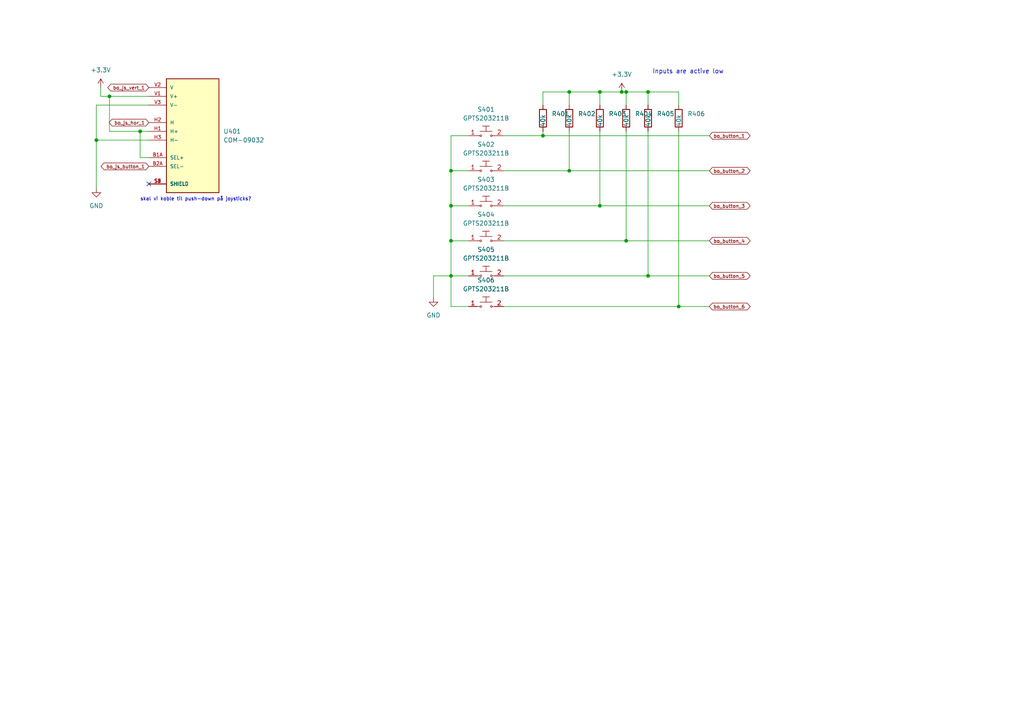
<source format=kicad_sch>
(kicad_sch (version 20211123) (generator eeschema)
  (paper "A4")
  (lib_symbols
    (symbol "COM-09032:COM-09032" (pin_names (offset 1.016))
      (property "Reference" "U" (at -7.62 16.002 0))
      (property "Value" "COM-09032" (at -7.62 -20.32 0))
      (symbol "COM-09032_0_0"
        (rectangle (start -7.62 -17.78) (end 7.62 15.24) (stroke (width 0.254)) (fill (type background)))
        (pin passive line (at -12.7 -7.62 0) (length 5.08) (name "SEL+") (number "B1A"))
        (pin passive line (at -12.7 -10.16 0) (length 5.08) (name "SEL-") (number "B2A"))
        (pin passive line (at -12.7 0 0) (length 5.08) (name "H+") (number "H1"))
        (pin passive line (at -12.7 2.54 0) (length 5.08) (name "H") (number "H2"))
        (pin passive line (at -12.7 -2.54 0) (length 5.08) (name "H-") (number "H3"))
        (pin passive line (at -12.7 -15.24 0) (length 5.08) (name "SHIELD") (number "S1"))
        (pin passive line (at -12.7 -15.24 0) (length 5.08) (name "SHIELD") (number "S2"))
        (pin passive line (at -12.7 -15.24 0) (length 5.08) (name "SHIELD") (number "S3"))
        (pin passive line (at -12.7 -15.24 0) (length 5.08) (name "SHIELD") (number "S4"))
        (pin passive line (at -12.7 10.16 0) (length 5.08) (name "V+") (number "V1"))
        (pin passive line (at -12.7 12.7 0) (length 5.08) (name "V") (number "V2"))
        (pin passive line (at -12.7 7.62 0) (length 5.08) (name "V-") (number "V3"))
      )
    )
    (symbol "Device:R" (pin_numbers hide) (pin_names (offset 0))
      (property "Reference" "R" (at 2.032 0 90))
      (property "Value" "R" (at 0 0 90))
      (symbol "R_0_1"
        (rectangle (start -1.016 -2.54) (end 1.016 2.54) (stroke (width 0.254)))
      )
      (symbol "R_1_1"
        (pin passive line (at 0 3.81 270) (length 1.27) (name "~") (number "1"))
        (pin passive line (at 0 -3.81 90) (length 1.27) (name "~") (number "2"))
      )
    )
    (symbol "dk_Pushbutton-Switches:GPTS203211B" (pin_names (offset 1.016))
      (property "Reference" "S" (at -3.81 3.81 0))
      (property "Value" "GPTS203211B" (at 0 -2.54 0))
      (symbol "GPTS203211B_0_1"
        (circle (center -1.524 0) (radius 0.254))
        (polyline (pts (xy -2.54 0) (xy -1.778 0)))
        (polyline (pts (xy -1.778 1.27) (xy 1.778 1.27)))
        (polyline (pts (xy -1.016 2.794) (xy 1.016 2.794)))
        (polyline (pts (xy 0 1.27) (xy 0 2.794)))
        (polyline (pts (xy 2.54 0) (xy 1.778 0)))
        (circle (center 1.524 0) (radius 0.254))
      )
      (symbol "GPTS203211B_1_1"
        (pin passive line (at -5.08 0 0) (length 2.54) (name "~") (number "1"))
        (pin passive line (at 5.08 0 180) (length 2.54) (name "~") (number "2"))
      )
    )
    (symbol "power:+3.3V" (power) (pin_names (offset 0))
      (property "Value" "+3.3V" (at 0 3.556 0))
      (symbol "+3.3V_0_1"
        (polyline (pts (xy -0.762 1.27) (xy 0 2.54)))
        (polyline (pts (xy 0 0) (xy 0 2.54)))
        (polyline (pts (xy 0 2.54) (xy 0.762 1.27)))
      )
      (symbol "+3.3V_1_1"
        (pin power_in line (at 0 0 90) (length 0) hide (name "+3.3V") (number "1"))
      )
    )
    (symbol "power:GND" (power) (pin_names (offset 0))
      (property "Value" "GND" (at 0 -3.81 0))
      (symbol "GND_0_1"
        (polyline (pts (xy 0 0) (xy 0 -1.27) (xy 1.27 -1.27) (xy 0 -2.54) (xy -1.27 -1.27) (xy 0 -1.27)))
      )
      (symbol "GND_1_1"
        (pin power_in line (at 0 0 270) (length 0) hide (name "GND") (number "1"))
      )
    )
  )
  (junction (at 181.61 26.67))
  (junction (at 196.85 88.9))
  (junction (at 130.81 69.85))
  (junction (at 157.48 39.37))
  (junction (at 27.94 40.64))
  (junction (at 187.96 80.01))
  (junction (at 130.81 49.53))
  (junction (at 40.64 38.1))
  (junction (at 31.75 27.94))
  (junction (at 180.34 26.67))
  (junction (at 173.99 59.69))
  (junction (at 165.1 49.53))
  (junction (at 181.61 69.85))
  (junction (at 130.81 59.69))
  (junction (at 187.96 26.67))
  (junction (at 165.1 26.67))
  (junction (at 130.81 80.01))
  (junction (at 173.99 26.67))
  (no_connect (at 43.18 53.34))
  (wire (pts (xy 135.89 69.85) (xy 130.81 69.85)))
  (wire (pts (xy 146.05 88.9) (xy 196.85 88.9)))
  (wire (pts (xy 130.81 39.37) (xy 135.89 39.37)))
  (wire (pts (xy 181.61 26.67) (xy 187.96 26.67)))
  (wire (pts (xy 31.75 27.94) (xy 29.21 27.94)))
  (wire (pts (xy 27.94 30.48) (xy 27.94 40.64)))
  (wire (pts (xy 135.89 80.01) (xy 130.81 80.01)))
  (wire (pts (xy 125.73 80.01) (xy 125.73 86.36)))
  (wire (pts (xy 27.94 40.64) (xy 27.94 54.61)))
  (wire (pts (xy 165.1 26.67) (xy 165.1 30.48)))
  (wire (pts (xy 40.64 45.72) (xy 40.64 38.1)))
  (wire (pts (xy 187.96 80.01) (xy 205.74 80.01)))
  (wire (pts (xy 157.48 38.1) (xy 157.48 39.37)))
  (wire (pts (xy 43.18 40.64) (xy 27.94 40.64)))
  (wire (pts (xy 165.1 26.67) (xy 173.99 26.67)))
  (wire (pts (xy 146.05 69.85) (xy 181.61 69.85)))
  (wire (pts (xy 157.48 26.67) (xy 157.48 30.48)))
  (wire (pts (xy 181.61 38.1) (xy 181.61 69.85)))
  (wire (pts (xy 146.05 39.37) (xy 157.48 39.37)))
  (wire (pts (xy 135.89 88.9) (xy 130.81 88.9)))
  (wire (pts (xy 173.99 38.1) (xy 173.99 59.69)))
  (wire (pts (xy 157.48 26.67) (xy 165.1 26.67)))
  (wire (pts (xy 187.96 26.67) (xy 196.85 26.67)))
  (wire (pts (xy 43.18 27.94) (xy 31.75 27.94)))
  (wire (pts (xy 43.18 45.72) (xy 40.64 45.72)))
  (wire (pts (xy 43.18 38.1) (xy 40.64 38.1)))
  (wire (pts (xy 43.18 30.48) (xy 27.94 30.48)))
  (wire (pts (xy 196.85 26.67) (xy 196.85 30.48)))
  (wire (pts (xy 181.61 69.85) (xy 205.74 69.85)))
  (wire (pts (xy 146.05 59.69) (xy 173.99 59.69)))
  (wire (pts (xy 31.75 38.1) (xy 31.75 27.94)))
  (wire (pts (xy 173.99 59.69) (xy 205.74 59.69)))
  (wire (pts (xy 196.85 38.1) (xy 196.85 88.9)))
  (wire (pts (xy 130.81 69.85) (xy 130.81 80.01)))
  (wire (pts (xy 130.81 80.01) (xy 125.73 80.01)))
  (wire (pts (xy 157.48 39.37) (xy 205.74 39.37)))
  (wire (pts (xy 187.96 26.67) (xy 187.96 30.48)))
  (wire (pts (xy 130.81 59.69) (xy 130.81 69.85)))
  (wire (pts (xy 180.34 26.67) (xy 181.61 26.67)))
  (wire (pts (xy 40.64 38.1) (xy 31.75 38.1)))
  (wire (pts (xy 187.96 38.1) (xy 187.96 80.01)))
  (wire (pts (xy 165.1 49.53) (xy 205.74 49.53)))
  (wire (pts (xy 130.81 80.01) (xy 130.81 88.9)))
  (wire (pts (xy 196.85 88.9) (xy 205.74 88.9)))
  (wire (pts (xy 173.99 26.67) (xy 173.99 30.48)))
  (wire (pts (xy 29.21 27.94) (xy 29.21 25.4)))
  (wire (pts (xy 165.1 38.1) (xy 165.1 49.53)))
  (wire (pts (xy 130.81 39.37) (xy 130.81 49.53)))
  (wire (pts (xy 173.99 26.67) (xy 180.34 26.67)))
  (wire (pts (xy 146.05 49.53) (xy 165.1 49.53)))
  (wire (pts (xy 135.89 49.53) (xy 130.81 49.53)))
  (wire (pts (xy 130.81 49.53) (xy 130.81 59.69)))
  (wire (pts (xy 181.61 26.67) (xy 181.61 30.48)))
  (wire (pts (xy 146.05 80.01) (xy 187.96 80.01)))
  (wire (pts (xy 135.89 59.69) (xy 130.81 59.69)))
  (text "skal vi koble til push-down på joysticks?\n" (at 40.64 58.42 0) (effects (font (size 1 1)) (justify left bottom)))
  (text "Inputs are active low\n" (at 189.23 21.59 0) (effects (font (size 1.27 1.27)) (justify left bottom)))
  (global_label "bo_js_vert_1" (shape bidirectional) (at 43.18 25.4 180) (effects (font (size 1 1))) (property "Intersheet References" "${INTERSHEET_REFS}" (effects hide)))
  (global_label "bo_js_hor_1" (shape bidirectional) (at 43.18 35.56 180) (effects (font (size 1 1))) (property "Intersheet References" "${INTERSHEET_REFS}" (effects hide)))
  (global_label "bo_button_4" (shape bidirectional) (at 205.74 69.85 0) (effects (font (size 1 1))) (property "Intersheet References" "${INTERSHEET_REFS}" (effects hide)))
  (global_label "bo_js_button_1" (shape bidirectional) (at 43.18 48.26 180) (effects (font (size 1 1))) (property "Intersheet References" "${INTERSHEET_REFS}" (effects hide)))
  (global_label "bo_button_5" (shape bidirectional) (at 205.74 80.01 0) (effects (font (size 1 1))) (property "Intersheet References" "${INTERSHEET_REFS}" (effects hide)))
  (global_label "bo_button_3" (shape bidirectional) (at 205.74 59.69 0) (effects (font (size 1 1))) (property "Intersheet References" "${INTERSHEET_REFS}" (effects hide)))
  (global_label "bo_button_2" (shape bidirectional) (at 205.74 49.53 0) (effects (font (size 1 1))) (property "Intersheet References" "${INTERSHEET_REFS}" (effects hide)))
  (global_label "bo_button_6" (shape bidirectional) (at 205.74 88.9 0) (effects (font (size 1 1))) (property "Intersheet References" "${INTERSHEET_REFS}" (effects hide)))
  (global_label "bo_button_1" (shape bidirectional) (at 205.74 39.37 0) (effects (font (size 1 1))) (property "Intersheet References" "${INTERSHEET_REFS}" (effects hide)))
  (symbol (lib_id "dk_Pushbutton-Switches:GPTS203211B") (at 140.97 69.85 0) (unit 1)
    (property "Reference" "S404" (at 140.97 62.23 0))
    (property "Value" "GPTS203211B" (at 140.97 64.77 0))
    (property "Footprint" "digikey-footprints:PushButton_12x12mm_THT_GPTS203211B" (effects hide))
    (property "Datasheet" "http://switches-connectors-custom.cwind.com/Asset/GPTS203211BR2.pdf" (effects hide))
    (property "Digi-Key_PN" "CW181-ND" (effects hide))
    (property "MPN" "GPTS203211B" (effects hide))
    (property "Category" "Switches" (effects hide))
    (property "Family" "Pushbutton Switches" (effects hide))
    (property "DK_Datasheet_Link" "http://switches-connectors-custom.cwind.com/Asset/GPTS203211BR2.pdf" (effects hide))
    (property "DK_Detail_Page" "/product-detail/en/cw-industries/GPTS203211B/CW181-ND/3190590" (effects hide))
    (property "Description" "SWITCH PUSHBUTTON SPST 1A 30V" (effects hide))
    (property "Manufacturer" "CW Industries" (effects hide))
    (property "Status" "Active" (effects hide))
  )
  (symbol (lib_id "COM-09032:COM-09032") (at 55.88 38.1 0) (unit 1)
    (property "Reference" "U401" (at 64.77 38.0999 0) (effects (justify left)))
    (property "Value" "COM-09032" (at 64.77 40.6399 0) (effects (justify left)))
    (property "Footprint" "mcu_kicad:XDCR_COM-09032" (effects hide))
    (property "STANDARD" "Manufacturer Recommendations" (effects hide))
    (property "MAXIMUM_PACKAGE_HEIGHT" "30.1mm" (effects hide))
    (property "MANUFACTURER" "SparkFun Electronics" (effects hide))
    (property "PARTREV" "N/A" (effects hide))
  )
  (symbol (lib_id "Device:R") (at 157.48 34.29 0) (unit 1)
    (property "Reference" "R401" (at 160.02 33.0199 0) (effects (justify left)))
    (property "Value" "40k" (at 157.48 36.83 90) (effects (justify left)))
    (property "Footprint" "Resistor_SMD:R_0805_2012Metric_Pad1.20x1.40mm_HandSolder" (effects hide))
  )
  (symbol (lib_id "power:GND") (at 27.94 54.61 0) (unit 1)
    (property "Reference" "#PWR0401" (effects hide))
    (property "Value" "GND" (at 27.94 59.69 0))
  )
  (symbol (lib_id "Device:R") (at 196.85 34.29 0) (unit 1)
    (property "Reference" "R406" (at 199.39 33.0199 0) (effects (justify left)))
    (property "Value" "40k" (at 196.85 36.83 90) (effects (justify left)))
    (property "Footprint" "Resistor_SMD:R_0805_2012Metric_Pad1.20x1.40mm_HandSolder" (effects hide))
  )
  (symbol (lib_id "dk_Pushbutton-Switches:GPTS203211B") (at 140.97 49.53 0) (unit 1)
    (property "Reference" "S402" (at 140.97 41.91 0))
    (property "Value" "GPTS203211B" (at 140.97 44.45 0))
    (property "Footprint" "digikey-footprints:PushButton_12x12mm_THT_GPTS203211B" (effects hide))
    (property "Datasheet" "http://switches-connectors-custom.cwind.com/Asset/GPTS203211BR2.pdf" (effects hide))
    (property "Digi-Key_PN" "CW181-ND" (effects hide))
    (property "MPN" "GPTS203211B" (effects hide))
    (property "Category" "Switches" (effects hide))
    (property "Family" "Pushbutton Switches" (effects hide))
    (property "DK_Datasheet_Link" "http://switches-connectors-custom.cwind.com/Asset/GPTS203211BR2.pdf" (effects hide))
    (property "DK_Detail_Page" "/product-detail/en/cw-industries/GPTS203211B/CW181-ND/3190590" (effects hide))
    (property "Description" "SWITCH PUSHBUTTON SPST 1A 30V" (effects hide))
    (property "Manufacturer" "CW Industries" (effects hide))
    (property "Status" "Active" (effects hide))
  )
  (symbol (lib_id "power:+3.3V") (at 29.21 25.4 0) (unit 1)
    (property "Reference" "#PWR0402" (effects hide))
    (property "Value" "+3.3V" (at 29.21 20.32 0))
  )
  (symbol (lib_id "dk_Pushbutton-Switches:GPTS203211B") (at 140.97 39.37 0) (unit 1)
    (property "Reference" "S401" (at 140.97 31.75 0))
    (property "Value" "GPTS203211B" (at 140.97 34.29 0))
    (property "Footprint" "digikey-footprints:PushButton_12x12mm_THT_GPTS203211B" (effects hide))
    (property "Datasheet" "http://switches-connectors-custom.cwind.com/Asset/GPTS203211BR2.pdf" (effects hide))
    (property "Digi-Key_PN" "CW181-ND" (effects hide))
    (property "MPN" "GPTS203211B" (effects hide))
    (property "Category" "Switches" (effects hide))
    (property "Family" "Pushbutton Switches" (effects hide))
    (property "DK_Datasheet_Link" "http://switches-connectors-custom.cwind.com/Asset/GPTS203211BR2.pdf" (effects hide))
    (property "DK_Detail_Page" "/product-detail/en/cw-industries/GPTS203211B/CW181-ND/3190590" (effects hide))
    (property "Description" "SWITCH PUSHBUTTON SPST 1A 30V" (effects hide))
    (property "Manufacturer" "CW Industries" (effects hide))
    (property "Status" "Active" (effects hide))
  )
  (symbol (lib_id "power:GND") (at 125.73 86.36 0) (unit 1)
    (property "Reference" "#PWR0403" (effects hide))
    (property "Value" "GND" (at 125.73 91.44 0))
  )
  (symbol (lib_id "Device:R") (at 181.61 34.29 0) (unit 1)
    (property "Reference" "R404" (at 184.15 33.0199 0) (effects (justify left)))
    (property "Value" "40k" (at 181.61 36.83 90) (effects (justify left)))
    (property "Footprint" "Resistor_SMD:R_0805_2012Metric_Pad1.20x1.40mm_HandSolder" (effects hide))
  )
  (symbol (lib_id "power:+3.3V") (at 180.34 26.67 0) (unit 1)
    (property "Reference" "#PWR0405" (effects hide))
    (property "Value" "+3.3V" (at 180.34 21.59 0))
  )
  (symbol (lib_id "Device:R") (at 187.96 34.29 0) (unit 1)
    (property "Reference" "R405" (at 190.5 33.0199 0) (effects (justify left)))
    (property "Value" "40k" (at 187.96 36.83 90) (effects (justify left)))
    (property "Footprint" "Resistor_SMD:R_0805_2012Metric_Pad1.20x1.40mm_HandSolder" (effects hide))
  )
  (symbol (lib_id "dk_Pushbutton-Switches:GPTS203211B") (at 140.97 80.01 0) (unit 1)
    (property "Reference" "S405" (at 140.97 72.39 0))
    (property "Value" "GPTS203211B" (at 140.97 74.93 0))
    (property "Footprint" "digikey-footprints:PushButton_12x12mm_THT_GPTS203211B" (effects hide))
    (property "Datasheet" "http://switches-connectors-custom.cwind.com/Asset/GPTS203211BR2.pdf" (effects hide))
    (property "Digi-Key_PN" "CW181-ND" (effects hide))
    (property "MPN" "GPTS203211B" (effects hide))
    (property "Category" "Switches" (effects hide))
    (property "Family" "Pushbutton Switches" (effects hide))
    (property "DK_Datasheet_Link" "http://switches-connectors-custom.cwind.com/Asset/GPTS203211BR2.pdf" (effects hide))
    (property "DK_Detail_Page" "/product-detail/en/cw-industries/GPTS203211B/CW181-ND/3190590" (effects hide))
    (property "Description" "SWITCH PUSHBUTTON SPST 1A 30V" (effects hide))
    (property "Manufacturer" "CW Industries" (effects hide))
    (property "Status" "Active" (effects hide))
  )
  (symbol (lib_id "Device:R") (at 173.99 34.29 0) (unit 1)
    (property "Reference" "R403" (at 176.53 33.0199 0) (effects (justify left)))
    (property "Value" "40k" (at 173.99 36.83 90) (effects (justify left)))
    (property "Footprint" "Resistor_SMD:R_0805_2012Metric_Pad1.20x1.40mm_HandSolder" (effects hide))
  )
  (symbol (lib_id "Device:R") (at 165.1 34.29 0) (unit 1)
    (property "Reference" "R402" (at 167.64 33.0199 0) (effects (justify left)))
    (property "Value" "40k" (at 165.1 36.83 90) (effects (justify left)))
    (property "Footprint" "Resistor_SMD:R_0805_2012Metric_Pad1.20x1.40mm_HandSolder" (effects hide))
  )
  (symbol (lib_id "dk_Pushbutton-Switches:GPTS203211B") (at 140.97 59.69 0) (unit 1)
    (property "Reference" "S403" (at 140.97 52.07 0))
    (property "Value" "GPTS203211B" (at 140.97 54.61 0))
    (property "Footprint" "digikey-footprints:PushButton_12x12mm_THT_GPTS203211B" (effects hide))
    (property "Datasheet" "http://switches-connectors-custom.cwind.com/Asset/GPTS203211BR2.pdf" (effects hide))
    (property "Digi-Key_PN" "CW181-ND" (effects hide))
    (property "MPN" "GPTS203211B" (effects hide))
    (property "Category" "Switches" (effects hide))
    (property "Family" "Pushbutton Switches" (effects hide))
    (property "DK_Datasheet_Link" "http://switches-connectors-custom.cwind.com/Asset/GPTS203211BR2.pdf" (effects hide))
    (property "DK_Detail_Page" "/product-detail/en/cw-industries/GPTS203211B/CW181-ND/3190590" (effects hide))
    (property "Description" "SWITCH PUSHBUTTON SPST 1A 30V" (effects hide))
    (property "Manufacturer" "CW Industries" (effects hide))
    (property "Status" "Active" (effects hide))
  )
  (symbol (lib_id "dk_Pushbutton-Switches:GPTS203211B") (at 140.97 88.9 0) (unit 1)
    (property "Reference" "S406" (at 140.97 81.28 0))
    (property "Value" "GPTS203211B" (at 140.97 83.82 0))
    (property "Footprint" "digikey-footprints:PushButton_12x12mm_THT_GPTS203211B" (effects hide))
    (property "Datasheet" "http://switches-connectors-custom.cwind.com/Asset/GPTS203211BR2.pdf" (effects hide))
    (property "Digi-Key_PN" "CW181-ND" (effects hide))
    (property "MPN" "GPTS203211B" (effects hide))
    (property "Category" "Switches" (effects hide))
    (property "Family" "Pushbutton Switches" (effects hide))
    (property "DK_Datasheet_Link" "http://switches-connectors-custom.cwind.com/Asset/GPTS203211BR2.pdf" (effects hide))
    (property "DK_Detail_Page" "/product-detail/en/cw-industries/GPTS203211B/CW181-ND/3190590" (effects hide))
    (property "Description" "SWITCH PUSHBUTTON SPST 1A 30V" (effects hide))
    (property "Manufacturer" "CW Industries" (effects hide))
    (property "Status" "Active" (effects hide))
  )
)
</source>
